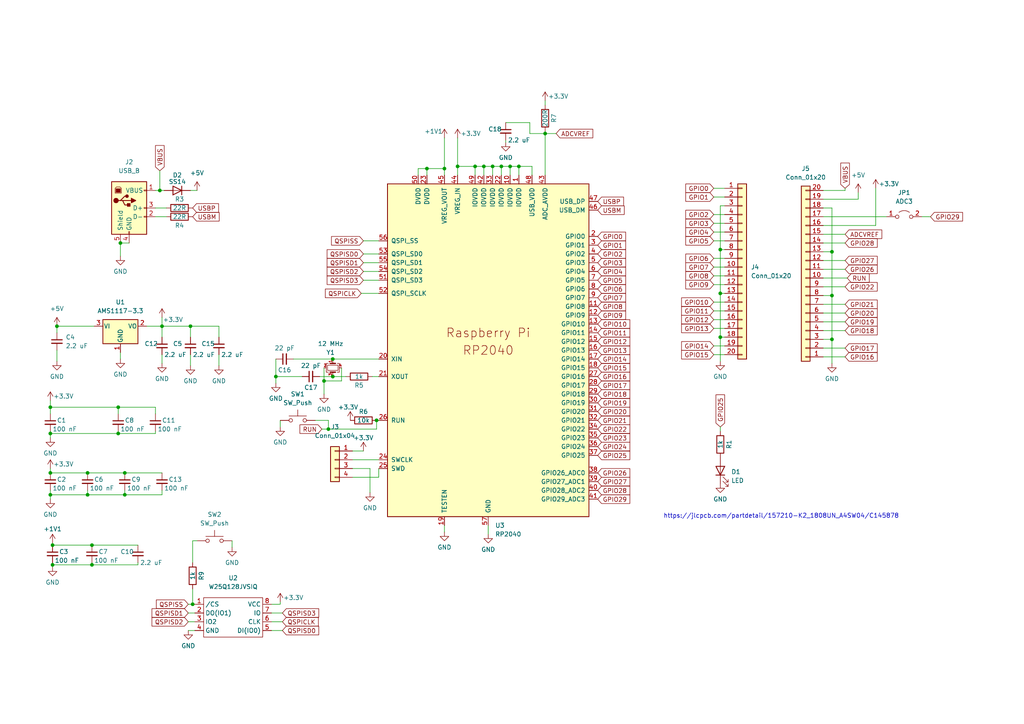
<source format=kicad_sch>
(kicad_sch (version 20211123) (generator eeschema)
  (paper "A4")
  (lib_symbols
    (symbol "Connector:USB_B" (pin_names (offset 1.016))
      (property "Reference" "J" (at -5.08 11.43 0))
      (property "Value" "USB_B" (at -5.08 8.89 0))
      (symbol "USB_B_1_1"
        (pin power_out line (at 7.62 5.08 180) (length 2.54) (name "VBUS") (number "1"))
        (pin bidirectional line (at 7.62 -2.54 180) (length 2.54) (name "D-") (number "2"))
        (pin bidirectional line (at 7.62 0 180) (length 2.54) (name "D+") (number "3"))
        (pin power_out line (at 0 -10.16 90) (length 2.54) (name "GND") (number "4"))
        (pin passive line (at -2.54 -10.16 90) (length 2.54) (name "Shield") (number "5"))
      )
    )
    (symbol "Connector_Generic:Conn_01x04" (pin_names (offset 1.016) hide)
      (property "Reference" "J" (at 0 5.08 0))
      (property "Value" "Conn_01x04" (at 0 -7.62 0))
      (symbol "Conn_01x04_1_1"
        (pin passive line (at -5.08 2.54 0) (length 3.81) (name "Pin_1") (number "1"))
        (pin passive line (at -5.08 0 0) (length 3.81) (name "Pin_2") (number "2"))
        (pin passive line (at -5.08 -2.54 0) (length 3.81) (name "Pin_3") (number "3"))
        (pin passive line (at -5.08 -5.08 0) (length 3.81) (name "Pin_4") (number "4"))
      )
    )
    (symbol "Connector_Generic:Conn_01x20" (pin_names (offset 1.016) hide)
      (property "Reference" "J" (at 0 25.4 0))
      (property "Value" "Conn_01x20" (at 0 -27.94 0))
      (symbol "Conn_01x20_1_1"
        (pin passive line (at -5.08 22.86 0) (length 3.81) (name "Pin_1") (number "1"))
        (pin passive line (at -5.08 0 0) (length 3.81) (name "Pin_10") (number "10"))
        (pin passive line (at -5.08 -2.54 0) (length 3.81) (name "Pin_11") (number "11"))
        (pin passive line (at -5.08 -5.08 0) (length 3.81) (name "Pin_12") (number "12"))
        (pin passive line (at -5.08 -7.62 0) (length 3.81) (name "Pin_13") (number "13"))
        (pin passive line (at -5.08 -10.16 0) (length 3.81) (name "Pin_14") (number "14"))
        (pin passive line (at -5.08 -12.7 0) (length 3.81) (name "Pin_15") (number "15"))
        (pin passive line (at -5.08 -15.24 0) (length 3.81) (name "Pin_16") (number "16"))
        (pin passive line (at -5.08 -17.78 0) (length 3.81) (name "Pin_17") (number "17"))
        (pin passive line (at -5.08 -20.32 0) (length 3.81) (name "Pin_18") (number "18"))
        (pin passive line (at -5.08 -22.86 0) (length 3.81) (name "Pin_19") (number "19"))
        (pin passive line (at -5.08 20.32 0) (length 3.81) (name "Pin_2") (number "2"))
        (pin passive line (at -5.08 -25.4 0) (length 3.81) (name "Pin_20") (number "20"))
        (pin passive line (at -5.08 17.78 0) (length 3.81) (name "Pin_3") (number "3"))
        (pin passive line (at -5.08 15.24 0) (length 3.81) (name "Pin_4") (number "4"))
        (pin passive line (at -5.08 12.7 0) (length 3.81) (name "Pin_5") (number "5"))
        (pin passive line (at -5.08 10.16 0) (length 3.81) (name "Pin_6") (number "6"))
        (pin passive line (at -5.08 7.62 0) (length 3.81) (name "Pin_7") (number "7"))
        (pin passive line (at -5.08 5.08 0) (length 3.81) (name "Pin_8") (number "8"))
        (pin passive line (at -5.08 2.54 0) (length 3.81) (name "Pin_9") (number "9"))
      )
    )
    (symbol "Device:C_Small" (pin_numbers hide) (pin_names (offset 0.254) hide)
      (property "Reference" "C" (at 0.254 1.778 0))
      (property "Value" "C_Small" (at 0.254 -2.032 0))
      (symbol "C_Small_1_1"
        (pin passive line (at 0 2.54 270) (length 2.032) (name "~") (number "1"))
        (pin passive line (at 0 -2.54 90) (length 2.032) (name "~") (number "2"))
      )
    )
    (symbol "Device:Crystal_GND24_Small" (pin_names (offset 1.016) hide)
      (property "Reference" "Y" (at 1.27 4.445 0))
      (property "Value" "Crystal_GND24_Small" (at 1.27 2.54 0))
      (symbol "Crystal_GND24_Small_1_1"
        (pin passive line (at -2.54 0 0) (length 1.27) (name "1") (number "1"))
        (pin passive line (at 0 -2.54 90) (length 0.635) (name "2") (number "2"))
        (pin passive line (at 2.54 0 180) (length 1.27) (name "3") (number "3"))
        (pin passive line (at 0 2.54 270) (length 0.635) (name "4") (number "4"))
      )
    )
    (symbol "Device:D" (pin_numbers hide) (pin_names (offset 1.016) hide)
      (property "Reference" "D" (at 0 2.54 0))
      (property "Value" "D" (at 0 -2.54 0))
      (symbol "D_1_1"
        (pin passive line (at -3.81 0 0) (length 2.54) (name "K") (number "1"))
        (pin passive line (at 3.81 0 180) (length 2.54) (name "A") (number "2"))
      )
    )
    (symbol "Device:LED" (pin_numbers hide) (pin_names (offset 1.016) hide)
      (property "Reference" "D" (at 0 2.54 0))
      (property "Value" "LED" (at 0 -2.54 0))
      (symbol "LED_1_1"
        (pin passive line (at -3.81 0 0) (length 2.54) (name "K") (number "1"))
        (pin passive line (at 3.81 0 180) (length 2.54) (name "A") (number "2"))
      )
    )
    (symbol "Device:R" (pin_numbers hide) (pin_names (offset 0))
      (property "Reference" "R" (at 2.032 0 90))
      (property "Value" "R" (at 0 0 90))
      (symbol "R_1_1"
        (pin passive line (at 0 3.81 270) (length 1.27) (name "~") (number "1"))
        (pin passive line (at 0 -3.81 90) (length 1.27) (name "~") (number "2"))
      )
    )
    (symbol "Jumper:Jumper_2_Open" (pin_names (offset 0) hide)
      (property "Reference" "JP" (at 0 2.794 0))
      (property "Value" "Jumper_2_Open" (at 0 -2.286 0))
      (symbol "Jumper_2_Open_1_1"
        (pin passive line (at -5.08 0 0) (length 2.54) (name "A") (number "1"))
        (pin passive line (at 5.08 0 180) (length 2.54) (name "B") (number "2"))
      )
    )
    (symbol "MCU_RaspberryPi_and_Boards:RP2040" (pin_names (offset 1.016))
      (property "Reference" "U" (at -29.21 49.53 0))
      (property "Value" "RP2040" (at 24.13 -49.53 0))
      (symbol "RP2040_0_0"
        (text "Raspberry Pi" (at 0 5.08 0) (effects (font (size 2.54 2.54))))
        (text "RP2040" (at 0 0 0) (effects (font (size 2.54 2.54))))
      )
      (symbol "RP2040_1_1"
        (pin power_in line (at 8.89 50.8 270) (length 2.54) (name "IOVDD") (number "1"))
        (pin power_in line (at 6.35 50.8 270) (length 2.54) (name "IOVDD") (number "10"))
        (pin bidirectional line (at 31.75 12.7 180) (length 2.54) (name "GPIO8") (number "11"))
        (pin bidirectional line (at 31.75 10.16 180) (length 2.54) (name "GPIO9") (number "12"))
        (pin bidirectional line (at 31.75 7.62 180) (length 2.54) (name "GPIO10") (number "13"))
        (pin bidirectional line (at 31.75 5.08 180) (length 2.54) (name "GPIO11") (number "14"))
        (pin bidirectional line (at 31.75 2.54 180) (length 2.54) (name "GPIO12") (number "15"))
        (pin bidirectional line (at 31.75 0 180) (length 2.54) (name "GPIO13") (number "16"))
        (pin bidirectional line (at 31.75 -2.54 180) (length 2.54) (name "GPIO14") (number "17"))
        (pin bidirectional line (at 31.75 -5.08 180) (length 2.54) (name "GPIO15") (number "18"))
        (pin passive line (at -12.7 -50.8 90) (length 2.54) (name "TESTEN") (number "19"))
        (pin bidirectional line (at 31.75 33.02 180) (length 2.54) (name "GPIO0") (number "2"))
        (pin input line (at -31.75 -2.54 0) (length 2.54) (name "XIN") (number "20"))
        (pin passive line (at -31.75 -7.62 0) (length 2.54) (name "XOUT") (number "21"))
        (pin power_in line (at 3.81 50.8 270) (length 2.54) (name "IOVDD") (number "22"))
        (pin power_in line (at -17.78 50.8 270) (length 2.54) (name "DVDD") (number "23"))
        (pin output line (at -31.75 -31.75 0) (length 2.54) (name "SWCLK") (number "24"))
        (pin bidirectional line (at -31.75 -34.29 0) (length 2.54) (name "SWD") (number "25"))
        (pin input line (at -31.75 -20.32 0) (length 2.54) (name "RUN") (number "26"))
        (pin bidirectional line (at 31.75 -7.62 180) (length 2.54) (name "GPIO16") (number "27"))
        (pin bidirectional line (at 31.75 -10.16 180) (length 2.54) (name "GPIO17") (number "28"))
        (pin bidirectional line (at 31.75 -12.7 180) (length 2.54) (name "GPIO18") (number "29"))
        (pin bidirectional line (at 31.75 30.48 180) (length 2.54) (name "GPIO1") (number "3"))
        (pin bidirectional line (at 31.75 -15.24 180) (length 2.54) (name "GPIO19") (number "30"))
        (pin bidirectional line (at 31.75 -17.78 180) (length 2.54) (name "GPIO20") (number "31"))
        (pin bidirectional line (at 31.75 -20.32 180) (length 2.54) (name "GPIO21") (number "32"))
        (pin power_in line (at 1.27 50.8 270) (length 2.54) (name "IOVDD") (number "33"))
        (pin bidirectional line (at 31.75 -22.86 180) (length 2.54) (name "GPIO22") (number "34"))
        (pin bidirectional line (at 31.75 -25.4 180) (length 2.54) (name "GPIO23") (number "35"))
        (pin bidirectional line (at 31.75 -27.94 180) (length 2.54) (name "GPIO24") (number "36"))
        (pin bidirectional line (at 31.75 -30.48 180) (length 2.54) (name "GPIO25") (number "37"))
        (pin bidirectional line (at 31.75 -35.56 180) (length 2.54) (name "GPIO26_ADC0") (number "38"))
        (pin bidirectional line (at 31.75 -38.1 180) (length 2.54) (name "GPIO27_ADC1") (number "39"))
        (pin bidirectional line (at 31.75 27.94 180) (length 2.54) (name "GPIO2") (number "4"))
        (pin bidirectional line (at 31.75 -40.64 180) (length 2.54) (name "GPIO28_ADC2") (number "40"))
        (pin bidirectional line (at 31.75 -43.18 180) (length 2.54) (name "GPIO29_ADC3") (number "41"))
        (pin power_in line (at -1.27 50.8 270) (length 2.54) (name "IOVDD") (number "42"))
        (pin power_in line (at 16.51 50.8 270) (length 2.54) (name "ADC_AVDD") (number "43"))
        (pin power_in line (at -8.89 50.8 270) (length 2.54) (name "VREG_IN") (number "44"))
        (pin power_out line (at -12.7 50.8 270) (length 2.54) (name "VREG_VOUT") (number "45"))
        (pin bidirectional line (at 31.75 40.64 180) (length 2.54) (name "USB_DM") (number "46"))
        (pin bidirectional line (at 31.75 43.18 180) (length 2.54) (name "USB_DP") (number "47"))
        (pin power_in line (at 12.7 50.8 270) (length 2.54) (name "USB_VDD") (number "48"))
        (pin power_in line (at -3.81 50.8 270) (length 2.54) (name "IOVDD") (number "49"))
        (pin bidirectional line (at 31.75 25.4 180) (length 2.54) (name "GPIO3") (number "5"))
        (pin power_in line (at -20.32 50.8 270) (length 2.54) (name "DVDD") (number "50"))
        (pin bidirectional line (at -31.75 20.32 0) (length 2.54) (name "QSPI_SD3") (number "51"))
        (pin output line (at -31.75 16.51 0) (length 2.54) (name "QSPI_SCLK") (number "52"))
        (pin bidirectional line (at -31.75 27.94 0) (length 2.54) (name "QSPI_SD0") (number "53"))
        (pin bidirectional line (at -31.75 22.86 0) (length 2.54) (name "QSPI_SD2") (number "54"))
        (pin bidirectional line (at -31.75 25.4 0) (length 2.54) (name "QSPI_SD1") (number "55"))
        (pin bidirectional line (at -31.75 31.75 0) (length 2.54) (name "QSPI_SS") (number "56"))
        (pin power_in line (at 0 -50.8 90) (length 2.54) (name "GND") (number "57"))
        (pin bidirectional line (at 31.75 22.86 180) (length 2.54) (name "GPIO4") (number "6"))
        (pin bidirectional line (at 31.75 20.32 180) (length 2.54) (name "GPIO5") (number "7"))
        (pin bidirectional line (at 31.75 17.78 180) (length 2.54) (name "GPIO6") (number "8"))
        (pin bidirectional line (at 31.75 15.24 180) (length 2.54) (name "GPIO7") (number "9"))
      )
    )
    (symbol "PicoAlt:SOIC8Flash"
      (property "Reference" "U" (at -2.54 3.81 0))
      (property "Value" "SOIC8Flash" (at -1.27 6.35 0))
      (symbol "SOIC8Flash_1_1"
        (pin input line (at -12.065 3.175 0) (length 2.54) (name "/CS") (number "1"))
        (pin bidirectional line (at -12.065 0.635 0) (length 2.54) (name "DO(IO1)") (number "2"))
        (pin bidirectional line (at -12.065 -1.905 0) (length 2.54) (name "IO2") (number "3"))
        (pin power_in line (at -12.065 -4.445 0) (length 2.54) (name "GND") (number "4"))
        (pin bidirectional line (at 10.16 -4.445 180) (length 2.54) (name "DI(IO0)") (number "5"))
        (pin input line (at 10.16 -1.905 180) (length 2.54) (name "CLK") (number "6"))
        (pin bidirectional line (at 10.16 0.635 180) (length 2.54) (name "IO") (number "7"))
        (pin power_in line (at 10.16 3.175 180) (length 2.54) (name "VCC") (number "8"))
      )
    )
    (symbol "Regulator_Linear:AMS1117-3.3" (pin_names (offset 0.254))
      (property "Reference" "U" (at -3.81 3.175 0))
      (property "Value" "AMS1117-3.3" (at 0 3.175 0))
      (symbol "AMS1117-3.3_1_1"
        (pin power_in line (at 0 -7.62 90) (length 2.54) (name "GND") (number "1"))
        (pin power_out line (at 7.62 0 180) (length 2.54) (name "VO") (number "2"))
        (pin power_in line (at -7.62 0 0) (length 2.54) (name "VI") (number "3"))
      )
    )
    (symbol "Switch:SW_Push" (pin_numbers hide) (pin_names (offset 1.016) hide)
      (property "Reference" "SW" (at 1.27 2.54 0))
      (property "Value" "SW_Push" (at 0 -1.524 0))
      (symbol "SW_Push_0_1"
        (pin passive line (at -5.08 0 0) (length 2.54) (name "1") (number "1"))
        (pin passive line (at 5.08 0 180) (length 2.54) (name "2") (number "2"))
      )
    )
    (symbol "power:+1V1" (power) (pin_names (offset 0))
      (property "Value" "+1V1" (at 0 3.556 0))
      (symbol "+1V1_1_1"
        (pin power_in line (at 0 0 90) (length 0) hide (name "+1V1") (number "1"))
      )
    )
    (symbol "power:+3.3V" (power) (pin_names (offset 0))
      (property "Value" "+3.3V" (at 0 3.556 0))
      (symbol "+3.3V_1_1"
        (pin power_in line (at 0 0 90) (length 0) hide (name "+3.3V") (number "1"))
      )
    )
    (symbol "power:+5V" (power) (pin_names (offset 0))
      (property "Value" "+5V" (at 0 3.556 0))
      (symbol "+5V_1_1"
        (pin power_in line (at 0 0 90) (length 0) hide (name "+5V") (number "1"))
      )
    )
    (symbol "power:GND" (power) (pin_names (offset 0))
      (property "Value" "GND" (at 0 -3.81 0))
      (symbol "GND_1_1"
        (pin power_in line (at 0 0 270) (length 0) hide (name "GND") (number "1"))
      )
    )
  )
  (junction (at 147.955 48.26))
  (junction (at 96.52 109.22))
  (junction (at 25.4 143.51))
  (junction (at 34.29 118.11))
  (junction (at 36.195 143.51))
  (junction (at 46.99 94.615))
  (junction (at 123.825 48.895))
  (junction (at 34.29 125.73))
  (junction (at 208.915 72.39))
  (junction (at 15.24 163.83))
  (junction (at 95.25 124.46))
  (junction (at 15.24 158.115))
  (junction (at 14.605 125.73))
  (junction (at 16.51 94.615))
  (junction (at 132.715 48.26))
  (junction (at 96.52 104.14))
  (junction (at 36.195 137.16))
  (junction (at 34.925 70.485))
  (junction (at 208.915 97.79))
  (junction (at 150.495 48.26))
  (junction (at 128.905 48.895))
  (junction (at 80.01 109.22))
  (junction (at 142.875 48.26))
  (junction (at 145.415 48.26))
  (junction (at 25.4 137.16))
  (junction (at 14.605 137.16))
  (junction (at 26.67 158.115))
  (junction (at 241.3 85.725))
  (junction (at 55.245 94.615))
  (junction (at 14.605 143.51))
  (junction (at 208.915 85.09))
  (junction (at 55.88 175.26))
  (junction (at 137.795 48.26))
  (junction (at 93.98 110.49))
  (junction (at 140.335 48.26))
  (junction (at 158.115 38.735))
  (junction (at 26.67 163.83))
  (junction (at 14.605 118.11))
  (junction (at 241.3 98.425))
  (junction (at 109.22 121.92))
  (junction (at 241.3 73.025))
  (junction (at 46.355 55.245))
  (wire (pts (xy 55.88 156.845) (xy 57.15 156.845)))
  (wire (pts (xy 80.01 104.14) (xy 80.01 109.22)))
  (wire (pts (xy 26.67 163.83) (xy 40.005 163.83)))
  (wire (pts (xy 16.51 94.615) (xy 16.51 96.52)))
  (wire (pts (xy 14.605 118.11) (xy 14.605 120.015)))
  (wire (pts (xy 15.24 163.83) (xy 26.67 163.83)))
  (wire (pts (xy 25.4 143.51) (xy 36.195 143.51)))
  (wire (pts (xy 25.4 143.51) (xy 25.4 142.24)))
  (wire (pts (xy 96.52 109.22) (xy 100.33 109.22)))
  (wire (pts (xy 93.98 110.49) (xy 93.98 106.68)))
  (wire (pts (xy 140.335 48.26) (xy 140.335 50.8)))
  (wire (pts (xy 238.76 85.725) (xy 241.3 85.725)))
  (wire (pts (xy 137.795 48.26) (xy 132.715 48.26)))
  (wire (pts (xy 241.3 73.025) (xy 241.3 85.725)))
  (wire (pts (xy 55.88 163.195) (xy 55.88 156.845)))
  (wire (pts (xy 238.76 67.945) (xy 245.11 67.945)))
  (wire (pts (xy 147.955 48.26) (xy 145.415 48.26)))
  (wire (pts (xy 207.01 77.47) (xy 210.185 77.47)))
  (wire (pts (xy 109.22 124.46) (xy 109.22 121.92)))
  (wire (pts (xy 55.245 102.87) (xy 55.245 106.045)))
  (wire (pts (xy 158.115 29.21) (xy 158.115 30.48)))
  (wire (pts (xy 81.28 175.26) (xy 78.74 175.26)))
  (wire (pts (xy 46.99 97.79) (xy 46.99 94.615)))
  (wire (pts (xy 208.915 59.69) (xy 208.915 72.39)))
  (wire (pts (xy 142.875 48.26) (xy 142.875 50.8)))
  (wire (pts (xy 238.76 90.805) (xy 245.11 90.805)))
  (wire (pts (xy 207.01 57.15) (xy 210.185 57.15)))
  (wire (pts (xy 15.24 158.115) (xy 26.67 158.115)))
  (wire (pts (xy 109.855 138.43) (xy 102.235 138.43)))
  (wire (pts (xy 238.76 100.965) (xy 245.11 100.965)))
  (wire (pts (xy 140.335 48.26) (xy 137.795 48.26)))
  (wire (pts (xy 207.01 74.93) (xy 210.185 74.93)))
  (wire (pts (xy 137.795 48.26) (xy 137.795 50.8)))
  (wire (pts (xy 55.245 55.245) (xy 57.15 55.245)))
  (wire (pts (xy 132.715 40.005) (xy 132.715 48.26)))
  (wire (pts (xy 14.605 143.51) (xy 25.4 143.51)))
  (wire (pts (xy 241.3 98.425) (xy 238.76 98.425)))
  (wire (pts (xy 241.3 60.325) (xy 238.76 60.325)))
  (wire (pts (xy 40.005 163.83) (xy 40.005 163.195)))
  (wire (pts (xy 99.06 110.49) (xy 93.98 110.49)))
  (wire (pts (xy 150.495 48.26) (xy 150.495 50.8)))
  (wire (pts (xy 99.06 106.68) (xy 99.06 110.49)))
  (wire (pts (xy 78.74 182.88) (xy 81.915 182.88)))
  (wire (pts (xy 207.01 92.71) (xy 210.185 92.71)))
  (wire (pts (xy 95.25 121.92) (xy 95.25 124.46)))
  (wire (pts (xy 92.71 109.22) (xy 96.52 109.22)))
  (wire (pts (xy 207.01 54.61) (xy 210.185 54.61)))
  (wire (pts (xy 34.925 70.485) (xy 34.925 74.295)))
  (wire (pts (xy 154.305 50.8) (xy 154.305 48.26)))
  (wire (pts (xy 105.41 81.28) (xy 109.855 81.28)))
  (wire (pts (xy 107.95 109.22) (xy 109.855 109.22)))
  (wire (pts (xy 153.67 38.735) (xy 158.115 38.735)))
  (wire (pts (xy 248.92 57.785) (xy 238.76 57.785)))
  (wire (pts (xy 158.115 38.1) (xy 158.115 38.735)))
  (wire (pts (xy 154.305 48.26) (xy 150.495 48.26)))
  (wire (pts (xy 102.235 130.81) (xy 105.41 130.81)))
  (wire (pts (xy 14.605 137.16) (xy 25.4 137.16)))
  (wire (pts (xy 238.76 103.505) (xy 245.11 103.505)))
  (wire (pts (xy 105.41 73.66) (xy 109.855 73.66)))
  (wire (pts (xy 208.915 97.79) (xy 210.185 97.79)))
  (wire (pts (xy 80.01 109.22) (xy 80.01 111.125)))
  (wire (pts (xy 46.355 55.245) (xy 47.625 55.245)))
  (wire (pts (xy 26.67 163.83) (xy 26.67 163.195)))
  (wire (pts (xy 238.76 88.265) (xy 245.11 88.265)))
  (wire (pts (xy 105.41 69.85) (xy 109.855 69.85)))
  (wire (pts (xy 46.355 49.53) (xy 46.355 55.245)))
  (wire (pts (xy 78.74 177.8) (xy 81.915 177.8)))
  (wire (pts (xy 55.245 94.615) (xy 55.245 97.79)))
  (wire (pts (xy 14.605 125.095) (xy 14.605 125.73)))
  (wire (pts (xy 158.115 38.735) (xy 158.115 50.8)))
  (wire (pts (xy 128.905 152.4) (xy 128.905 154.305)))
  (wire (pts (xy 207.01 90.17) (xy 210.185 90.17)))
  (wire (pts (xy 238.76 62.865) (xy 257.175 62.865)))
  (wire (pts (xy 208.915 123.825) (xy 208.915 125.095)))
  (wire (pts (xy 45.085 55.245) (xy 46.355 55.245)))
  (wire (pts (xy 78.74 180.34) (xy 81.915 180.34)))
  (wire (pts (xy 55.88 175.26) (xy 56.515 175.26)))
  (wire (pts (xy 14.605 142.24) (xy 14.605 143.51)))
  (wire (pts (xy 14.605 143.51) (xy 14.605 144.78)))
  (wire (pts (xy 45.085 60.325) (xy 48.26 60.325)))
  (wire (pts (xy 93.98 110.49) (xy 93.98 114.3)))
  (wire (pts (xy 254 54.61) (xy 254 65.405)))
  (wire (pts (xy 132.715 48.26) (xy 132.715 50.8)))
  (wire (pts (xy 46.99 143.51) (xy 36.195 143.51)))
  (wire (pts (xy 15.24 157.48) (xy 15.24 158.115)))
  (wire (pts (xy 128.905 40.005) (xy 128.905 48.895)))
  (wire (pts (xy 245.11 54.61) (xy 245.11 55.245)))
  (wire (pts (xy 238.76 95.885) (xy 245.11 95.885)))
  (wire (pts (xy 36.195 137.16) (xy 46.99 137.16)))
  (wire (pts (xy 208.915 85.09) (xy 210.185 85.09)))
  (wire (pts (xy 34.29 125.095) (xy 34.29 125.73)))
  (wire (pts (xy 45.085 62.865) (xy 48.26 62.865)))
  (wire (pts (xy 123.825 48.895) (xy 128.905 48.895)))
  (wire (pts (xy 45.085 118.11) (xy 34.29 118.11)))
  (wire (pts (xy 207.01 80.01) (xy 210.185 80.01)))
  (wire (pts (xy 207.01 69.85) (xy 210.185 69.85)))
  (wire (pts (xy 123.825 48.895) (xy 123.825 50.8)))
  (wire (pts (xy 121.285 50.8) (xy 121.285 48.895)))
  (wire (pts (xy 14.605 116.205) (xy 14.605 118.11)))
  (wire (pts (xy 238.76 78.105) (xy 245.11 78.105)))
  (wire (pts (xy 54.61 177.8) (xy 56.515 177.8)))
  (wire (pts (xy 26.67 158.115) (xy 40.005 158.115)))
  (wire (pts (xy 34.925 70.485) (xy 37.465 70.485)))
  (wire (pts (xy 102.235 133.35) (xy 109.855 133.35)))
  (wire (pts (xy 55.88 170.815) (xy 55.88 175.26)))
  (wire (pts (xy 16.51 94.615) (xy 27.305 94.615)))
  (wire (pts (xy 153.67 35.56) (xy 153.67 38.735)))
  (wire (pts (xy 207.01 67.31) (xy 210.185 67.31)))
  (wire (pts (xy 105.41 76.2) (xy 109.855 76.2)))
  (wire (pts (xy 95.25 124.46) (xy 109.22 124.46)))
  (wire (pts (xy 105.41 78.74) (xy 109.855 78.74)))
  (wire (pts (xy 14.605 118.11) (xy 34.29 118.11)))
  (wire (pts (xy 46.99 92.075) (xy 46.99 94.615)))
  (wire (pts (xy 54.61 175.26) (xy 55.88 175.26)))
  (wire (pts (xy 207.01 82.55) (xy 210.185 82.55)))
  (wire (pts (xy 145.415 48.26) (xy 142.875 48.26)))
  (wire (pts (xy 241.3 73.025) (xy 241.3 60.325)))
  (wire (pts (xy 207.01 95.25) (xy 210.185 95.25)))
  (wire (pts (xy 45.085 120.015) (xy 45.085 118.11)))
  (wire (pts (xy 147.955 48.26) (xy 147.955 50.8)))
  (wire (pts (xy 238.76 73.025) (xy 241.3 73.025)))
  (wire (pts (xy 93.345 124.46) (xy 95.25 124.46)))
  (wire (pts (xy 46.99 94.615) (xy 55.245 94.615)))
  (wire (pts (xy 15.24 163.83) (xy 15.24 164.465)))
  (wire (pts (xy 208.915 97.79) (xy 208.915 104.775)))
  (wire (pts (xy 208.915 72.39) (xy 208.915 85.09)))
  (wire (pts (xy 15.24 163.195) (xy 15.24 163.83)))
  (wire (pts (xy 150.495 48.26) (xy 147.955 48.26)))
  (wire (pts (xy 210.185 59.69) (xy 208.915 59.69)))
  (wire (pts (xy 109.22 121.92) (xy 109.855 121.92)))
  (wire (pts (xy 146.685 40.64) (xy 146.685 41.275)))
  (wire (pts (xy 81.28 174.625) (xy 81.28 175.26)))
  (wire (pts (xy 238.76 80.645) (xy 245.745 80.645)))
  (wire (pts (xy 121.285 48.895) (xy 123.825 48.895)))
  (wire (pts (xy 254 65.405) (xy 238.76 65.405)))
  (wire (pts (xy 91.44 121.92) (xy 95.25 121.92)))
  (wire (pts (xy 207.01 64.77) (xy 210.185 64.77)))
  (wire (pts (xy 141.605 152.4) (xy 141.605 154.94)))
  (wire (pts (xy 16.51 101.6) (xy 16.51 104.775)))
  (wire (pts (xy 85.09 104.14) (xy 96.52 104.14)))
  (wire (pts (xy 248.92 55.88) (xy 248.92 57.785)))
  (wire (pts (xy 14.605 125.73) (xy 34.29 125.73)))
  (wire (pts (xy 109.855 135.89) (xy 109.855 138.43)))
  (wire (pts (xy 207.01 102.87) (xy 210.185 102.87)))
  (wire (pts (xy 241.3 98.425) (xy 241.3 105.41)))
  (wire (pts (xy 145.415 48.26) (xy 145.415 50.8)))
  (wire (pts (xy 34.29 118.11) (xy 34.29 120.015)))
  (wire (pts (xy 67.31 156.845) (xy 67.31 158.75)))
  (wire (pts (xy 96.52 104.14) (xy 109.855 104.14)))
  (wire (pts (xy 81.28 121.92) (xy 81.28 123.825)))
  (wire (pts (xy 238.76 70.485) (xy 245.11 70.485)))
  (wire (pts (xy 54.61 182.88) (xy 56.515 182.88)))
  (wire (pts (xy 107.315 142.875) (xy 107.315 135.89)))
  (wire (pts (xy 245.11 55.245) (xy 238.76 55.245)))
  (wire (pts (xy 207.01 87.63) (xy 210.185 87.63)))
  (wire (pts (xy 238.76 93.345) (xy 245.11 93.345)))
  (wire (pts (xy 158.115 38.735) (xy 161.29 38.735)))
  (wire (pts (xy 63.5 97.79) (xy 63.5 94.615)))
  (wire (pts (xy 25.4 137.16) (xy 36.195 137.16)))
  (wire (pts (xy 128.905 48.895) (xy 128.905 50.8)))
  (wire (pts (xy 36.195 143.51) (xy 36.195 142.24)))
  (wire (pts (xy 146.685 35.56) (xy 153.67 35.56)))
  (wire (pts (xy 54.61 180.34) (xy 56.515 180.34)))
  (wire (pts (xy 80.01 109.22) (xy 87.63 109.22)))
  (wire (pts (xy 63.5 102.87) (xy 63.5 106.045)))
  (wire (pts (xy 267.335 62.865) (xy 269.875 62.865)))
  (wire (pts (xy 208.915 85.09) (xy 208.915 97.79)))
  (wire (pts (xy 107.315 135.89) (xy 102.235 135.89)))
  (wire (pts (xy 238.76 75.565) (xy 245.11 75.565)))
  (wire (pts (xy 208.915 72.39) (xy 210.185 72.39)))
  (wire (pts (xy 207.01 62.23) (xy 210.185 62.23)))
  (wire (pts (xy 104.775 85.09) (xy 109.855 85.09)))
  (wire (pts (xy 207.01 100.33) (xy 210.185 100.33)))
  (wire (pts (xy 14.605 135.89) (xy 14.605 137.16)))
  (wire (pts (xy 238.76 83.185) (xy 245.11 83.185)))
  (wire (pts (xy 34.925 102.235) (xy 34.925 104.14)))
  (wire (pts (xy 45.085 125.73) (xy 45.085 125.095)))
  (wire (pts (xy 46.99 142.24) (xy 46.99 143.51)))
  (wire (pts (xy 46.99 94.615) (xy 42.545 94.615)))
  (wire (pts (xy 142.875 48.26) (xy 140.335 48.26)))
  (wire (pts (xy 55.245 94.615) (xy 63.5 94.615)))
  (wire (pts (xy 14.605 125.73) (xy 14.605 127)))
  (wire (pts (xy 241.3 85.725) (xy 241.3 98.425)))
  (wire (pts (xy 34.29 125.73) (xy 45.085 125.73)))
  (wire (pts (xy 46.99 102.87) (xy 46.99 105.41)))
  (text "https://jlcpcb.com/partdetail/157210-K2_1808UN_A4SW04/C145878" (at 192.405 150.495 0) (effects (font (size 1.27 1.27)) (justify left bottom)))
  (global_label "GPIO16" (shape input) (at 245.11 103.505 0) (property "Intersheet References" "${INTERSHEET_REFS}" (effects hide)))
  (global_label "GPIO1" (shape input) (at 173.355 71.12 0) (property "Intersheet References" "${INTERSHEET_REFS}" (effects hide)))
  (global_label "GPIO9" (shape input) (at 173.355 91.44 0) (property "Intersheet References" "${INTERSHEET_REFS}" (effects hide)))
  (global_label "GPIO5" (shape input) (at 173.355 81.28 0) (property "Intersheet References" "${INTERSHEET_REFS}" (effects hide)))
  (global_label "GPIO18" (shape input) (at 245.11 95.885 0) (property "Intersheet References" "${INTERSHEET_REFS}" (effects hide)))
  (global_label "GPIO14" (shape input) (at 173.355 104.14 0) (property "Intersheet References" "${INTERSHEET_REFS}" (effects hide)))
  (global_label "GPIO0" (shape input) (at 207.01 54.61 180) (property "Intersheet References" "${INTERSHEET_REFS}" (effects hide)))
  (global_label "GPIO12" (shape input) (at 207.01 92.71 180) (property "Intersheet References" "${INTERSHEET_REFS}" (effects hide)))
  (global_label "GPIO8" (shape input) (at 173.355 88.9 0) (property "Intersheet References" "${INTERSHEET_REFS}" (effects hide)))
  (global_label "GPIO6" (shape input) (at 173.355 83.82 0) (property "Intersheet References" "${INTERSHEET_REFS}" (effects hide)))
  (global_label "GPIO5" (shape input) (at 207.01 69.85 180) (property "Intersheet References" "${INTERSHEET_REFS}" (effects hide)))
  (global_label "GPIO11" (shape input) (at 173.355 96.52 0) (property "Intersheet References" "${INTERSHEET_REFS}" (effects hide)))
  (global_label "GPIO17" (shape input) (at 245.11 100.965 0) (property "Intersheet References" "${INTERSHEET_REFS}" (effects hide)))
  (global_label "QSPISD2" (shape input) (at 105.41 78.74 180) (property "Intersheet References" "${INTERSHEET_REFS}" (effects hide)))
  (global_label "GPIO11" (shape input) (at 207.01 90.17 180) (property "Intersheet References" "${INTERSHEET_REFS}" (effects hide)))
  (global_label "GPIO25" (shape input) (at 208.915 123.825 90) (property "Intersheet References" "${INTERSHEET_REFS}" (effects hide)))
  (global_label "QSPISD3" (shape input) (at 105.41 81.28 180) (property "Intersheet References" "${INTERSHEET_REFS}" (effects hide)))
  (global_label "GPIO27" (shape input) (at 245.11 75.565 0) (property "Intersheet References" "${INTERSHEET_REFS}" (effects hide)))
  (global_label "GPIO3" (shape input) (at 173.355 76.2 0) (property "Intersheet References" "${INTERSHEET_REFS}" (effects hide)))
  (global_label "GPIO20" (shape input) (at 173.355 119.38 0) (property "Intersheet References" "${INTERSHEET_REFS}" (effects hide)))
  (global_label "QSPISS" (shape input) (at 54.61 175.26 180) (property "Intersheet References" "${INTERSHEET_REFS}" (effects hide)))
  (global_label "GPIO13" (shape input) (at 173.355 101.6 0) (property "Intersheet References" "${INTERSHEET_REFS}" (effects hide)))
  (global_label "USBM" (shape input) (at 55.88 62.865 0) (property "Intersheet References" "${INTERSHEET_REFS}" (effects hide)))
  (global_label "GPIO18" (shape input) (at 173.355 114.3 0) (property "Intersheet References" "${INTERSHEET_REFS}" (effects hide)))
  (global_label "GPIO24" (shape input) (at 173.355 129.54 0) (property "Intersheet References" "${INTERSHEET_REFS}" (effects hide)))
  (global_label "QSPISD1" (shape input) (at 54.61 177.8 180) (property "Intersheet References" "${INTERSHEET_REFS}" (effects hide)))
  (global_label "GPIO10" (shape input) (at 207.01 87.63 180) (property "Intersheet References" "${INTERSHEET_REFS}" (effects hide)))
  (global_label "GPIO1" (shape input) (at 207.01 57.15 180) (property "Intersheet References" "${INTERSHEET_REFS}" (effects hide)))
  (global_label "GPIO3" (shape input) (at 207.01 64.77 180) (property "Intersheet References" "${INTERSHEET_REFS}" (effects hide)))
  (global_label "QSPISD2" (shape input) (at 54.61 180.34 180) (property "Intersheet References" "${INTERSHEET_REFS}" (effects hide)))
  (global_label "GPIO28" (shape input) (at 173.355 142.24 0) (property "Intersheet References" "${INTERSHEET_REFS}" (effects hide)))
  (global_label "GPIO4" (shape input) (at 207.01 67.31 180) (property "Intersheet References" "${INTERSHEET_REFS}" (effects hide)))
  (global_label "VBUS" (shape input) (at 245.11 54.61 90) (property "Intersheet References" "${INTERSHEET_REFS}" (effects hide)))
  (global_label "QSPICLK" (shape input) (at 81.915 180.34 0) (property "Intersheet References" "${INTERSHEET_REFS}" (effects hide)))
  (global_label "GPIO7" (shape input) (at 173.355 86.36 0) (property "Intersheet References" "${INTERSHEET_REFS}" (effects hide)))
  (global_label "GPIO22" (shape input) (at 173.355 124.46 0) (property "Intersheet References" "${INTERSHEET_REFS}" (effects hide)))
  (global_label "GPIO13" (shape input) (at 207.01 95.25 180) (property "Intersheet References" "${INTERSHEET_REFS}" (effects hide)))
  (global_label "GPIO23" (shape input) (at 173.355 127 0) (property "Intersheet References" "${INTERSHEET_REFS}" (effects hide)))
  (global_label "GPIO22" (shape input) (at 245.11 83.185 0) (property "Intersheet References" "${INTERSHEET_REFS}" (effects hide)))
  (global_label "GPIO28" (shape input) (at 245.11 70.485 0) (property "Intersheet References" "${INTERSHEET_REFS}" (effects hide)))
  (global_label "QSPISD1" (shape input) (at 105.41 76.2 180) (property "Intersheet References" "${INTERSHEET_REFS}" (effects hide)))
  (global_label "RUN" (shape input) (at 93.345 124.46 180) (property "Intersheet References" "${INTERSHEET_REFS}" (effects hide)))
  (global_label "GPIO9" (shape input) (at 207.01 82.55 180) (property "Intersheet References" "${INTERSHEET_REFS}" (effects hide)))
  (global_label "RUN" (shape input) (at 245.745 80.645 0) (property "Intersheet References" "${INTERSHEET_REFS}" (effects hide)))
  (global_label "GPIO21" (shape input) (at 173.355 121.92 0) (property "Intersheet References" "${INTERSHEET_REFS}" (effects hide)))
  (global_label "GPIO8" (shape input) (at 207.01 80.01 180) (property "Intersheet References" "${INTERSHEET_REFS}" (effects hide)))
  (global_label "ADCVREF" (shape input) (at 245.11 67.945 0) (property "Intersheet References" "${INTERSHEET_REFS}" (effects hide)))
  (global_label "GPIO15" (shape input) (at 173.355 106.68 0) (property "Intersheet References" "${INTERSHEET_REFS}" (effects hide)))
  (global_label "VBUS" (shape input) (at 46.355 49.53 90) (property "Intersheet References" "${INTERSHEET_REFS}" (effects hide)))
  (global_label "GPIO10" (shape input) (at 173.355 93.98 0) (property "Intersheet References" "${INTERSHEET_REFS}" (effects hide)))
  (global_label "GPIO19" (shape input) (at 245.11 93.345 0) (property "Intersheet References" "${INTERSHEET_REFS}" (effects hide)))
  (global_label "GPIO7" (shape input) (at 207.01 77.47 180) (property "Intersheet References" "${INTERSHEET_REFS}" (effects hide)))
  (global_label "GPIO19" (shape input) (at 173.355 116.84 0) (property "Intersheet References" "${INTERSHEET_REFS}" (effects hide)))
  (global_label "GPIO21" (shape input) (at 245.11 88.265 0) (property "Intersheet References" "${INTERSHEET_REFS}" (effects hide)))
  (global_label "QSPICLK" (shape input) (at 104.775 85.09 180) (property "Intersheet References" "${INTERSHEET_REFS}" (effects hide)))
  (global_label "QSPISD0" (shape input) (at 81.915 182.88 0) (property "Intersheet References" "${INTERSHEET_REFS}" (effects hide)))
  (global_label "GPIO0" (shape input) (at 173.355 68.58 0) (property "Intersheet References" "${INTERSHEET_REFS}" (effects hide)))
  (global_label "GPIO17" (shape input) (at 173.355 111.76 0) (property "Intersheet References" "${INTERSHEET_REFS}" (effects hide)))
  (global_label "GPIO2" (shape input) (at 173.355 73.66 0) (property "Intersheet References" "${INTERSHEET_REFS}" (effects hide)))
  (global_label "GPIO15" (shape input) (at 207.01 102.87 180) (property "Intersheet References" "${INTERSHEET_REFS}" (effects hide)))
  (global_label "GPIO14" (shape input) (at 207.01 100.33 180) (property "Intersheet References" "${INTERSHEET_REFS}" (effects hide)))
  (global_label "QSPISS" (shape input) (at 105.41 69.85 180) (property "Intersheet References" "${INTERSHEET_REFS}" (effects hide)))
  (global_label "ADCVREF" (shape input) (at 161.29 38.735 0) (property "Intersheet References" "${INTERSHEET_REFS}" (effects hide)))
  (global_label "QSPISD3" (shape input) (at 81.915 177.8 0) (property "Intersheet References" "${INTERSHEET_REFS}" (effects hide)))
  (global_label "GPIO12" (shape input) (at 173.355 99.06 0) (property "Intersheet References" "${INTERSHEET_REFS}" (effects hide)))
  (global_label "GPIO29" (shape input) (at 269.875 62.865 0) (property "Intersheet References" "${INTERSHEET_REFS}" (effects hide)))
  (global_label "QSPISD0" (shape input) (at 105.41 73.66 180) (property "Intersheet References" "${INTERSHEET_REFS}" (effects hide)))
  (global_label "GPIO16" (shape input) (at 173.355 109.22 0) (property "Intersheet References" "${INTERSHEET_REFS}" (effects hide)))
  (global_label "GPIO6" (shape input) (at 207.01 74.93 180) (property "Intersheet References" "${INTERSHEET_REFS}" (effects hide)))
  (global_label "GPIO25" (shape input) (at 173.355 132.08 0) (property "Intersheet References" "${INTERSHEET_REFS}" (effects hide)))
  (global_label "GPIO26" (shape input) (at 173.355 137.16 0) (property "Intersheet References" "${INTERSHEET_REFS}" (effects hide)))
  (global_label "GPIO4" (shape input) (at 173.355 78.74 0) (property "Intersheet References" "${INTERSHEET_REFS}" (effects hide)))
  (global_label "GPIO20" (shape input) (at 245.11 90.805 0) (property "Intersheet References" "${INTERSHEET_REFS}" (effects hide)))
  (global_label "GPIO27" (shape input) (at 173.355 139.7 0) (property "Intersheet References" "${INTERSHEET_REFS}" (effects hide)))
  (global_label "USBP" (shape input) (at 55.88 60.325 0) (property "Intersheet References" "${INTERSHEET_REFS}" (effects hide)))
  (global_label "GPIO29" (shape input) (at 173.355 144.78 0) (property "Intersheet References" "${INTERSHEET_REFS}" (effects hide)))
  (global_label "USBM" (shape input) (at 173.355 60.96 0) (property "Intersheet References" "${INTERSHEET_REFS}" (effects hide)))
  (global_label "USBP" (shape input) (at 173.355 58.42 0) (property "Intersheet References" "${INTERSHEET_REFS}" (effects hide)))
  (global_label "GPIO2" (shape input) (at 207.01 62.23 180) (property "Intersheet References" "${INTERSHEET_REFS}" (effects hide)))
  (global_label "GPIO26" (shape input) (at 245.11 78.105 0) (property "Intersheet References" "${INTERSHEET_REFS}" (effects hide)))
  (symbol (lib_id "Device:C_Small") (at 34.29 122.555 0) (unit 1)
    (property "Reference" "C8" (at 36.195 121.92 0) (effects (justify left)))
    (property "Value" "100 nF" (at 34.925 124.46 0) (effects (justify left)))
    (property "Footprint" "Capacitor_SMD:C_0402_1005Metric" (effects hide))
    (property "LCSC" "C307331" (effects hide))
  )
  (symbol (lib_id "Device:D") (at 51.435 55.245 180) (unit 1)
    (property "Reference" "D2" (at 51.435 50.8 0))
    (property "Value" "SS14" (at 51.435 52.705 0))
    (property "Footprint" "Diode_SMD:D_SMA" (effects hide))
    (property "LCSC" "C2480" (effects hide))
  )
  (symbol (lib_id "power:GND") (at 14.605 127 0) (unit 1)
    (property "Reference" "#PWR0109" (effects hide))
    (property "Value" "GND" (at 14.605 131.445 0))
  )
  (symbol (lib_id "power:GND") (at 14.605 144.78 0) (unit 1)
    (property "Reference" "#PWR0111" (effects hide))
    (property "Value" "GND" (at 14.605 149.225 0))
  )
  (symbol (lib_id "power:+5V") (at 57.15 55.245 0) (unit 1)
    (property "Reference" "#PWR0102" (effects hide))
    (property "Value" "+5V" (at 57.15 50.165 0))
  )
  (symbol (lib_id "power:+1V1") (at 128.905 40.005 0) (unit 1)
    (property "Reference" "#PWR0125" (effects hide))
    (property "Value" "+1V1" (at 125.73 38.1 0))
  )
  (symbol (lib_id "power:GND") (at 46.99 105.41 0) (unit 1)
    (property "Reference" "#PWR0119" (effects hide))
    (property "Value" "GND" (at 46.99 109.855 0))
  )
  (symbol (lib_id "Device:C_Small") (at 14.605 122.555 0) (unit 1)
    (property "Reference" "C1" (at 16.51 121.92 0) (effects (justify left)))
    (property "Value" "100 nF" (at 15.24 124.46 0) (effects (justify left)))
    (property "Footprint" "Capacitor_SMD:C_0402_1005Metric" (effects hide))
    (property "LCSC" "C307331" (effects hide))
  )
  (symbol (lib_id "power:GND") (at 93.98 114.3 0) (unit 1)
    (property "Reference" "#PWR0121" (effects hide))
    (property "Value" "GND" (at 93.98 118.745 0))
  )
  (symbol (lib_id "Device:C_Small") (at 55.245 100.33 0) (unit 1)
    (property "Reference" "C5" (at 50.165 99.695 0) (effects (justify left)))
    (property "Value" "2.2 uF" (at 55.88 102.87 0) (effects (justify left)))
    (property "Footprint" "Capacitor_SMD:C_0603_1608Metric" (effects hide))
    (property "LCSC" "C23630" (effects hide))
  )
  (symbol (lib_id "power:GND") (at 241.3 105.41 0) (unit 1)
    (property "Reference" "#PWR0133" (effects hide))
    (property "Value" "GND" (at 241.3 109.855 0))
  )
  (symbol (lib_id "power:GND") (at 34.925 74.295 0) (unit 1)
    (property "Reference" "#PWR0103" (effects hide))
    (property "Value" "GND" (at 34.925 78.74 0))
  )
  (symbol (lib_id "power:GND") (at 54.61 182.88 0) (unit 1)
    (property "Reference" "#PWR0114" (effects hide))
    (property "Value" "GND" (at 54.61 187.325 0))
  )
  (symbol (lib_id "power:+3.3V") (at 101.6 121.92 0) (unit 1)
    (property "Reference" "#PWR0131" (effects hide))
    (property "Value" "+3.3V" (at 100.965 118.11 0))
  )
  (symbol (lib_id "Device:R") (at 104.14 109.22 90) (unit 1)
    (property "Reference" "R5" (at 104.14 111.76 90))
    (property "Value" "1k" (at 104.14 109.22 90))
    (property "Footprint" "Resistor_SMD:R_0603_1608Metric_Pad0.98x0.95mm_HandSolder" (effects hide))
    (property "LCSC" "C21190" (effects hide))
  )
  (symbol (lib_id "power:+5V") (at 248.92 55.88 0) (unit 1)
    (property "Reference" "#PWR0135" (effects hide))
    (property "Value" "+5V" (at 248.92 50.8 0))
  )
  (symbol (lib_id "Device:C_Small") (at 15.24 160.655 0) (unit 1)
    (property "Reference" "C3" (at 17.145 160.02 0) (effects (justify left)))
    (property "Value" "100 nF" (at 15.875 162.56 0) (effects (justify left)))
    (property "Footprint" "Capacitor_SMD:C_0402_1005Metric" (effects hide))
    (property "LCSC" "C307331" (effects hide))
  )
  (symbol (lib_id "Device:C_Small") (at 82.55 104.14 90) (unit 1)
    (property "Reference" "C16" (at 82.55 107.315 90))
    (property "Value" "22 pF" (at 82.55 100.965 90))
    (property "Footprint" "Capacitor_SMD:C_0402_1005Metric" (effects hide))
    (property "LCSC" "C1555" (effects hide))
  )
  (symbol (lib_id "power:GND") (at 16.51 104.775 0) (unit 1)
    (property "Reference" "#PWR0106" (effects hide))
    (property "Value" "GND" (at 16.51 109.22 0))
  )
  (symbol (lib_id "power:+1V1") (at 15.24 157.48 0) (unit 1)
    (property "Reference" "#PWR0113" (effects hide))
    (property "Value" "+1V1" (at 15.2638 153.4167 0))
  )
  (symbol (lib_id "Device:C_Small") (at 14.605 139.7 0) (unit 1)
    (property "Reference" "C2" (at 16.51 139.065 0) (effects (justify left)))
    (property "Value" "100 nF" (at 15.24 141.605 0) (effects (justify left)))
    (property "Footprint" "Capacitor_SMD:C_0402_1005Metric" (effects hide))
    (property "LCSC" "C307331" (effects hide))
  )
  (symbol (lib_id "power:+3.3V") (at 158.115 29.21 0) (unit 1)
    (property "Reference" "#PWR0124" (effects hide))
    (property "Value" "+3.3V" (at 161.925 27.94 0))
  )
  (symbol (lib_id "Device:LED") (at 208.915 136.525 90) (unit 1)
    (property "Reference" "D1" (at 212.09 136.8424 90) (effects (justify right)))
    (property "Value" "LED" (at 212.09 139.3824 90) (effects (justify right)))
    (property "Footprint" "LED_SMD:LED_0603_1608Metric_Pad1.05x0.95mm_HandSolder" (effects hide))
    (property "LCSC" "C2286" (effects hide))
  )
  (symbol (lib_id "power:GND") (at 146.685 41.275 0) (unit 1)
    (property "Reference" "#PWR0123" (effects hide))
    (property "Value" "GND" (at 146.685 45.72 0))
  )
  (symbol (lib_id "power:GND") (at 55.245 106.045 0) (unit 1)
    (property "Reference" "#PWR0104" (effects hide))
    (property "Value" "GND" (at 55.245 110.49 0))
  )
  (symbol (lib_id "power:+3.3V") (at 14.605 135.89 0) (unit 1)
    (property "Reference" "#PWR0110" (effects hide))
    (property "Value" "+3.3V" (at 18.415 134.62 0))
  )
  (symbol (lib_id "power:+3.3V") (at 132.715 40.005 0) (unit 1)
    (property "Reference" "#PWR0126" (effects hide))
    (property "Value" "+3.3V" (at 136.525 38.735 0))
  )
  (symbol (lib_id "Device:C_Small") (at 46.99 100.33 0) (unit 1)
    (property "Reference" "C12" (at 41.91 99.695 0) (effects (justify left)))
    (property "Value" "2.2 uF" (at 47.625 102.87 0) (effects (justify left)))
    (property "Footprint" "Capacitor_SMD:C_0603_1608Metric" (effects hide))
    (property "LCSC" "C23630" (effects hide))
  )
  (symbol (lib_id "Connector:USB_B") (at 37.465 60.325 0) (unit 1)
    (property "Reference" "J2" (at 37.465 46.99 0))
    (property "Value" "USB_B" (at 37.465 49.53 0))
    (property "Footprint" "Connector_USB:USB_B_OST_USB-B1HSxx_Horizontal" (effects hide))
    (property "Datasheet" " ~" (effects hide))
  )
  (symbol (lib_id "power:+3.3V") (at 14.605 116.205 0) (unit 1)
    (property "Reference" "#PWR0107" (effects hide))
    (property "Value" "+3.3V" (at 18.415 114.935 0))
  )
  (symbol (lib_id "Connector_Generic:Conn_01x04") (at 97.155 133.35 0) (mirror y) (unit 1)
    (property "Reference" "J3" (at 97.155 123.825 0))
    (property "Value" "Conn_01x04" (at 97.155 126.365 0))
    (property "Footprint" "Connector_PinHeader_2.54mm:PinHeader_1x04_P2.54mm_Vertical" (effects hide))
  )
  (symbol (lib_id "Device:C_Small") (at 45.085 122.555 0) (unit 1)
    (property "Reference" "C11" (at 46.99 121.92 0) (effects (justify left)))
    (property "Value" "100 nF" (at 45.72 124.46 0) (effects (justify left)))
    (property "Footprint" "Capacitor_SMD:C_0402_1005Metric" (effects hide))
    (property "LCSC" "C307331" (effects hide))
  )
  (symbol (lib_id "power:GND") (at 63.5 106.045 0) (unit 1)
    (property "Reference" "#PWR0118" (effects hide))
    (property "Value" "GND" (at 63.5 110.49 0))
  )
  (symbol (lib_id "power:GND") (at 141.605 154.94 0) (unit 1)
    (property "Reference" "#PWR0129" (effects hide))
    (property "Value" "GND" (at 141.605 159.385 0))
  )
  (symbol (lib_id "power:GND") (at 34.925 104.14 0) (unit 1)
    (property "Reference" "#PWR0108" (effects hide))
    (property "Value" "GND" (at 34.925 108.585 0))
  )
  (symbol (lib_id "Switch:SW_Push") (at 62.23 156.845 0) (unit 1)
    (property "Reference" "SW2" (at 62.23 149.225 0))
    (property "Value" "SW_Push" (at 62.23 151.765 0))
    (property "Footprint" "PicoAlt:K2-1808UN" (effects hide))
    (property "LCSC" "C145878" (effects hide))
  )
  (symbol (lib_id "PicoAlt:SOIC8Flash") (at 68.58 178.435 0) (unit 1)
    (property "Reference" "U2" (at 67.6275 167.64 0))
    (property "Value" "W25Q128JVSIQ" (at 67.6275 170.18 0))
    (property "Footprint" "Package_SO:SOIC-8_3.9x4.9mm_P1.27mm" (effects hide))
  )
  (symbol (lib_id "Device:C_Small") (at 26.67 160.655 0) (unit 1)
    (property "Reference" "C7" (at 28.575 160.02 0) (effects (justify left)))
    (property "Value" "100 nF" (at 27.305 162.56 0) (effects (justify left)))
    (property "Footprint" "Capacitor_SMD:C_0402_1005Metric" (effects hide))
    (property "LCSC" "C307331" (effects hide))
  )
  (symbol (lib_id "power:GND") (at 15.24 164.465 0) (unit 1)
    (property "Reference" "#PWR0112" (effects hide))
    (property "Value" "GND" (at 15.24 168.91 0))
  )
  (symbol (lib_id "Device:C_Small") (at 63.5 100.33 0) (unit 1)
    (property "Reference" "C15" (at 58.42 99.695 0) (effects (justify left)))
    (property "Value" "2.2 uF" (at 64.135 102.87 0) (effects (justify left)))
    (property "Footprint" "Capacitor_SMD:C_0603_1608Metric" (effects hide))
    (property "LCSC" "C23630" (effects hide))
  )
  (symbol (lib_id "power:GND") (at 208.915 104.775 0) (unit 1)
    (property "Reference" "#PWR0132" (effects hide))
    (property "Value" "GND" (at 208.915 109.22 0))
  )
  (symbol (lib_id "Switch:SW_Push") (at 86.36 121.92 0) (unit 1)
    (property "Reference" "SW1" (at 86.36 114.3 0))
    (property "Value" "SW_Push" (at 86.36 116.84 0))
    (property "Footprint" "PicoAlt:K2-1808UN" (effects hide))
    (property "LCSC" "C145878" (effects hide))
  )
  (symbol (lib_id "power:+5V") (at 16.51 94.615 0) (unit 1)
    (property "Reference" "#PWR0105" (effects hide))
    (property "Value" "+5V" (at 16.51 89.535 0))
  )
  (symbol (lib_id "Device:C_Small") (at 25.4 139.7 0) (unit 1)
    (property "Reference" "C6" (at 27.305 139.065 0) (effects (justify left)))
    (property "Value" "100 nF" (at 26.035 141.605 0) (effects (justify left)))
    (property "Footprint" "Capacitor_SMD:C_0402_1005Metric" (effects hide))
    (property "LCSC" "C307331" (effects hide))
  )
  (symbol (lib_id "Device:Crystal_GND24_Small") (at 96.52 106.68 270) (unit 1)
    (property "Reference" "Y1" (at 95.885 102.235 90))
    (property "Value" "12 MHz" (at 95.885 99.695 90))
    (property "Footprint" "Crystal:Crystal_SMD_3225-4Pin_3.2x2.5mm" (effects hide))
    (property "LCSC" "C9002" (effects hide))
  )
  (symbol (lib_id "power:GND") (at 67.31 158.75 0) (unit 1)
    (property "Reference" "#PWR0136" (effects hide))
    (property "Value" "GND" (at 67.31 163.195 0))
  )
  (symbol (lib_id "Device:R") (at 208.915 128.905 180) (unit 1)
    (property "Reference" "R1" (at 211.455 128.905 90))
    (property "Value" "1k" (at 208.915 128.905 90))
    (property "Footprint" "Resistor_SMD:R_0603_1608Metric_Pad0.98x0.95mm_HandSolder" (effects hide))
    (property "LCSC" "C21190" (effects hide))
  )
  (symbol (lib_id "Connector_Generic:Conn_01x20") (at 233.68 80.645 180) (unit 1)
    (property "Reference" "J5" (at 233.68 48.895 0))
    (property "Value" "Conn_01x20" (at 233.68 51.435 0))
    (property "Footprint" "Connector_PinHeader_2.54mm:PinHeader_1x20_P2.54mm_Vertical" (effects hide))
  )
  (symbol (lib_id "Device:R") (at 52.07 60.325 270) (unit 1)
    (property "Reference" "R3" (at 52.07 57.785 90))
    (property "Value" "22R" (at 52.07 60.325 90))
    (property "Footprint" "Resistor_SMD:R_0603_1608Metric_Pad0.98x0.95mm_HandSolder" (effects hide))
    (property "LCSC" "C23345" (effects hide))
  )
  (symbol (lib_id "power:+3.3V") (at 46.99 92.075 0) (unit 1)
    (property "Reference" "#PWR0117" (effects hide))
    (property "Value" "+3.3V" (at 50.165 92.71 0))
  )
  (symbol (lib_id "power:GND") (at 208.915 140.335 0) (unit 1)
    (property "Reference" "#PWR0120" (effects hide))
    (property "Value" "GND" (at 208.915 144.78 0))
  )
  (symbol (lib_id "Regulator_Linear:AMS1117-3.3") (at 34.925 94.615 0) (unit 1)
    (property "Reference" "U1" (at 34.925 87.63 0))
    (property "Value" "AMS1117-3.3" (at 34.925 90.17 0))
    (property "Footprint" "Package_TO_SOT_SMD:SOT-223-3_TabPin2" (effects hide))
    (property "Datasheet" "http://www.advanced-monolithic.com/pdf/ds1117.pdf" (effects hide))
    (property "LCSC" "C6186" (effects hide))
  )
  (symbol (lib_id "Device:C_Small") (at 46.99 139.7 0) (unit 1)
    (property "Reference" "C13" (at 48.895 139.065 0) (effects (justify left)))
    (property "Value" "100 nF" (at 47.625 141.605 0) (effects (justify left)))
    (property "Footprint" "Capacitor_SMD:C_0402_1005Metric" (effects hide))
    (property "LCSC" "C307331" (effects hide))
  )
  (symbol (lib_id "Jumper:Jumper_2_Open") (at 262.255 62.865 0) (unit 1)
    (property "Reference" "JP1" (at 262.255 55.88 0))
    (property "Value" "ADC3" (at 262.255 58.42 0))
    (property "Footprint" "Connector_PinHeader_2.54mm:PinHeader_1x02_P2.54mm_Vertical" (effects hide))
  )
  (symbol (lib_id "Device:R") (at 105.41 121.92 270) (unit 1)
    (property "Reference" "R6" (at 105.41 119.38 90))
    (property "Value" "10k" (at 105.41 121.92 90))
    (property "Footprint" "Resistor_SMD:R_0603_1608Metric_Pad0.98x0.95mm_HandSolder" (effects hide))
    (property "LCSC" "C25804" (effects hide))
  )
  (symbol (lib_id "Device:R") (at 55.88 167.005 180) (unit 1)
    (property "Reference" "R9" (at 58.42 167.005 90))
    (property "Value" "1k" (at 55.88 167.005 90))
    (property "Footprint" "Resistor_SMD:R_0603_1608Metric_Pad0.98x0.95mm_HandSolder" (effects hide))
    (property "LCSC" "C21190" (effects hide))
  )
  (symbol (lib_id "Device:C_Small") (at 146.685 38.1 0) (unit 1)
    (property "Reference" "C18" (at 141.605 37.465 0) (effects (justify left)))
    (property "Value" "2.2 uF" (at 147.32 40.64 0) (effects (justify left)))
    (property "Footprint" "Capacitor_SMD:C_0603_1608Metric" (effects hide))
    (property "LCSC" "C23630" (effects hide))
  )
  (symbol (lib_id "power:GND") (at 107.315 142.875 0) (unit 1)
    (property "Reference" "#PWR0101" (effects hide))
    (property "Value" "GND" (at 107.315 147.32 0))
  )
  (symbol (lib_id "Connector_Generic:Conn_01x20") (at 215.265 77.47 0) (unit 1)
    (property "Reference" "J4" (at 217.805 77.4699 0) (effects (justify left)))
    (property "Value" "Conn_01x20" (at 217.805 80.0099 0) (effects (justify left)))
    (property "Footprint" "Connector_PinHeader_2.54mm:PinHeader_1x20_P2.54mm_Vertical" (effects hide))
  )
  (symbol (lib_id "power:GND") (at 80.01 111.125 0) (unit 1)
    (property "Reference" "#PWR0116" (effects hide))
    (property "Value" "GND" (at 80.01 115.57 0))
  )
  (symbol (lib_id "power:+3.3V") (at 105.41 130.81 0) (unit 1)
    (property "Reference" "#PWR0130" (effects hide))
    (property "Value" "+3.3V" (at 105.41 127 0))
  )
  (symbol (lib_id "power:+3.3V") (at 254 54.61 0) (unit 1)
    (property "Reference" "#PWR0134" (effects hide))
    (property "Value" "+3.3V" (at 257.81 53.34 0))
  )
  (symbol (lib_id "Device:R") (at 158.115 34.29 180) (unit 1)
    (property "Reference" "R7" (at 160.655 34.29 90))
    (property "Value" "200R" (at 158.115 34.29 90))
    (property "Footprint" "Resistor_SMD:R_0603_1608Metric_Pad0.98x0.95mm_HandSolder" (effects hide))
    (property "LCSC" "C22962" (effects hide))
  )
  (symbol (lib_id "power:+3.3V") (at 81.28 174.625 0) (unit 1)
    (property "Reference" "#PWR0115" (effects hide))
    (property "Value" "+3.3V" (at 85.09 173.355 0))
  )
  (symbol (lib_id "Device:C_Small") (at 90.17 109.22 90) (unit 1)
    (property "Reference" "C17" (at 90.17 112.395 90))
    (property "Value" "22 pF" (at 90.17 106.045 90))
    (property "Footprint" "Capacitor_SMD:C_0402_1005Metric" (effects hide))
    (property "LCSC" "C1555" (effects hide))
  )
  (symbol (lib_id "Device:C_Small") (at 40.005 160.655 0) (unit 1)
    (property "Reference" "C10" (at 34.925 160.02 0) (effects (justify left)))
    (property "Value" "2.2 uF" (at 40.64 163.195 0) (effects (justify left)))
    (property "Footprint" "Capacitor_SMD:C_0603_1608Metric" (effects hide))
    (property "LCSC" "C23630" (effects hide))
  )
  (symbol (lib_id "power:GND") (at 128.905 154.305 0) (unit 1)
    (property "Reference" "#PWR0127" (effects hide))
    (property "Value" "GND" (at 128.905 158.75 0))
  )
  (symbol (lib_id "Device:C_Small") (at 16.51 99.06 0) (unit 1)
    (property "Reference" "C4" (at 19.05 97.7962 0) (effects (justify left)))
    (property "Value" "2.2 uF" (at 19.05 100.3362 0) (effects (justify left)))
    (property "Footprint" "Capacitor_SMD:C_0603_1608Metric" (effects hide))
    (property "LCSC" "C23630" (effects hide))
  )
  (symbol (lib_id "Device:R") (at 52.07 62.865 90) (unit 1)
    (property "Reference" "R4" (at 52.07 65.405 90))
    (property "Value" "22R" (at 52.07 62.865 90))
    (property "Footprint" "Resistor_SMD:R_0603_1608Metric_Pad0.98x0.95mm_HandSolder" (effects hide))
    (property "LCSC" "C23345" (effects hide))
  )
  (symbol (lib_id "Device:C_Small") (at 36.195 139.7 0) (unit 1)
    (property "Reference" "C9" (at 38.1 139.065 0) (effects (justify left)))
    (property "Value" "100 nF" (at 36.83 141.605 0) (effects (justify left)))
    (property "Footprint" "Capacitor_SMD:C_0402_1005Metric" (effects hide))
    (property "LCSC" "C307331" (effects hide))
  )
  (symbol (lib_id "power:GND") (at 81.28 123.825 0) (unit 1)
    (property "Reference" "#PWR0122" (effects hide))
    (property "Value" "GND" (at 81.28 128.27 0))
  )
  (symbol (lib_id "MCU_RaspberryPi_and_Boards:RP2040") (at 141.605 101.6 0) (unit 1)
    (property "Reference" "U3" (at 143.6244 152.4 0) (effects (justify left)))
    (property "Value" "RP2040" (at 143.6244 154.94 0) (effects (justify left)))
    (property "Footprint" "Package_DFN_QFN:QFN-56-1EP_7x7mm_P0.4mm_EP3.2x3.2mm" (effects hide))
    (property "LCSC" "C2040" (effects hide))
  )
)
</source>
